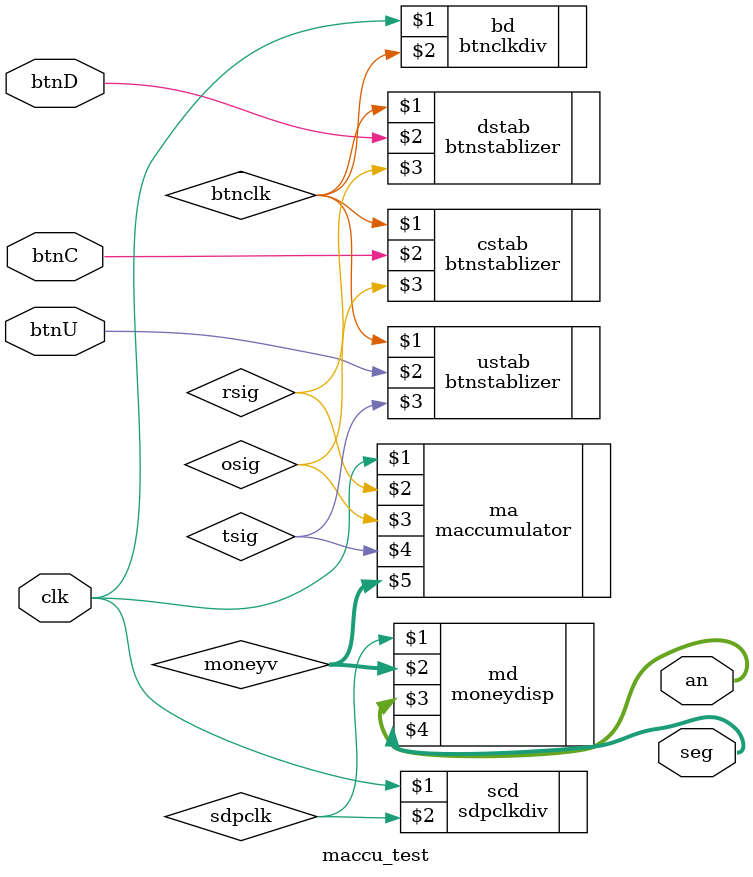
<source format=v>
`timescale 1ns / 1ps

module maccu_test(
    clk, btnC, btnU, btnD, seg, an
);
    input clk, btnC, btnU, btnD;
    output [7:0] seg;
    output [7:0] an;
    wire [7:0] moneyv;
    btnclkdiv bd(clk, btnclk);
    btnstablizer ustab(btnclk, btnU, tsig);
    btnstablizer cstab(btnclk, btnC, osig);
    btnstablizer dstab(btnclk, btnD, rsig);
    maccumulator ma(clk, rsig, osig, tsig, moneyv);
    sdpclkdiv scd(clk, sdpclk);
    moneydisp md(sdpclk, moneyv, an, seg);
endmodule
</source>
